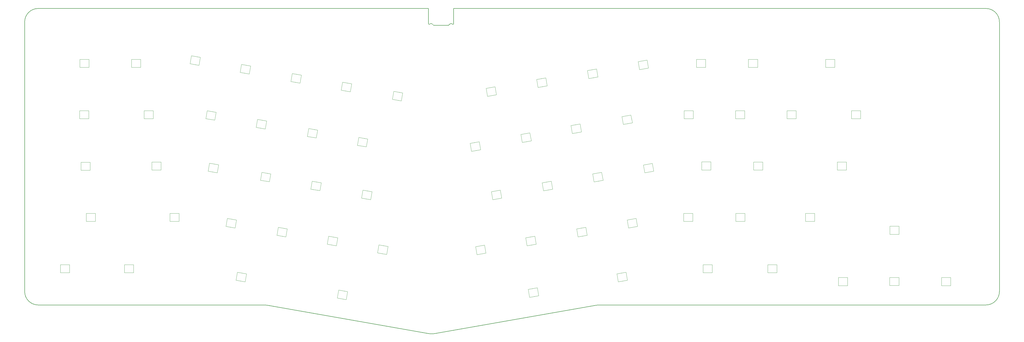
<source format=gm1>
G04 #@! TF.GenerationSoftware,KiCad,Pcbnew,(5.99.0-1131-g93b7eacfb)*
G04 #@! TF.CreationDate,2020-05-05T10:31:04+09:00*
G04 #@! TF.ProjectId,unnamed,756e6e61-6d65-4642-9e6b-696361645f70,rev?*
G04 #@! TF.SameCoordinates,Original*
G04 #@! TF.FileFunction,Profile,NP*
%FSLAX46Y46*%
G04 Gerber Fmt 4.6, Leading zero omitted, Abs format (unit mm)*
G04 Created by KiCad (PCBNEW (5.99.0-1131-g93b7eacfb)) date 2020-05-05 10:31:04*
%MOMM*%
%LPD*%
G01*
G04 APERTURE LIST*
G04 #@! TA.AperFunction,Profile*
%ADD10C,0.200000*%
G04 #@! TD*
G04 #@! TA.AperFunction,Profile*
%ADD11C,0.120000*%
G04 #@! TD*
G04 #@! TA.AperFunction,Profile*
%ADD12C,0.150000*%
G04 #@! TD*
G04 APERTURE END LIST*
D10*
X268704000Y-143341800D02*
X127106810Y-143350000D01*
X478099900Y-143350000D02*
X283944000Y-143341800D01*
X478099899Y-253374000D02*
X334892754Y-253374000D01*
X210788053Y-253374000D02*
G75*
G02*
X212004185Y-253480451I0J-7000000D01*
G01*
X210788053Y-253374000D02*
X127106810Y-253374001D01*
X478099900Y-143350000D02*
G75*
G02*
X483099900Y-148350000I0J-5000000D01*
G01*
X333676716Y-253480434D02*
G75*
G02*
X334892754Y-253374000I1216038J-6893566D01*
G01*
X122106810Y-148350000D02*
G75*
G02*
X127106810Y-143350000I5000000J0D01*
G01*
X127106810Y-253374000D02*
G75*
G02*
X122106810Y-248374000I0J5000000D01*
G01*
X274054071Y-263997985D02*
G75*
G02*
X271621900Y-263997968I-1216039J6893566D01*
G01*
X483099900Y-248374001D02*
G75*
G02*
X478099899Y-253374000I-5000000J1D01*
G01*
X333676716Y-253480435D02*
X274054070Y-263997984D01*
X122106810Y-248374000D02*
X122106810Y-148350000D01*
X271621900Y-263997968D02*
X212004185Y-253480451D01*
X483099900Y-148350000D02*
X483099900Y-248374000D01*
D11*
X461623940Y-243165500D02*
X465023940Y-243165500D01*
X461623940Y-246165500D02*
X461623940Y-243165500D01*
X465023940Y-246165500D02*
X461623940Y-246165500D01*
X465023940Y-243165500D02*
X465023940Y-246165500D01*
X442452020Y-243147720D02*
X445852020Y-243147720D01*
X442452020Y-246147720D02*
X442452020Y-243147720D01*
X445852020Y-246147720D02*
X442452020Y-246147720D01*
X445852020Y-243147720D02*
X445852020Y-246147720D01*
X426812180Y-246170580D02*
X423412180Y-246170580D01*
X426812180Y-243170580D02*
X426812180Y-246170580D01*
X423412180Y-243170580D02*
X426812180Y-243170580D01*
X423412180Y-246170580D02*
X423412180Y-243170580D01*
X397267960Y-238395380D02*
X400667960Y-238395380D01*
X397267960Y-241395380D02*
X397267960Y-238395380D01*
X400667960Y-241395380D02*
X397267960Y-241395380D01*
X400667960Y-238395380D02*
X400667960Y-241395380D01*
X376731000Y-241377600D02*
X373331000Y-241377600D01*
X376731000Y-238377600D02*
X376731000Y-241377600D01*
X373331000Y-238377600D02*
X376731000Y-238377600D01*
X373331000Y-241377600D02*
X373331000Y-238377600D01*
X341425095Y-241812170D02*
X344773441Y-241221766D01*
X341946039Y-244766594D02*
X341425095Y-241812170D01*
X345294385Y-244176190D02*
X341946039Y-244766594D01*
X344773441Y-241221766D02*
X345294385Y-244176190D01*
X308565115Y-247600830D02*
X311913461Y-247010426D01*
X309086059Y-250555254D02*
X308565115Y-247600830D01*
X312434405Y-249964850D02*
X309086059Y-250555254D01*
X311913461Y-247010426D02*
X312434405Y-249964850D01*
X241189701Y-251390914D02*
X237841355Y-250800510D01*
X241710645Y-248436490D02*
X241189701Y-251390914D01*
X238362299Y-247846086D02*
X241710645Y-248436490D01*
X237841355Y-250800510D02*
X238362299Y-247846086D01*
X200376355Y-244196510D02*
X200897299Y-241242086D01*
X200897299Y-241242086D02*
X204245645Y-241832490D01*
X204245645Y-241832490D02*
X203724701Y-244786914D01*
X203724701Y-244786914D02*
X200376355Y-244196510D01*
X159018500Y-238403000D02*
X162418500Y-238403000D01*
X159018500Y-241403000D02*
X159018500Y-238403000D01*
X162418500Y-241403000D02*
X159018500Y-241403000D01*
X162418500Y-238403000D02*
X162418500Y-241403000D01*
X138733000Y-241403000D02*
X135333000Y-241403000D01*
X138733000Y-238403000D02*
X138733000Y-241403000D01*
X135333000Y-238403000D02*
X138733000Y-238403000D01*
X135333000Y-241403000D02*
X135333000Y-238403000D01*
X442472340Y-224120580D02*
X445872340Y-224120580D01*
X442472340Y-227120580D02*
X442472340Y-224120580D01*
X445872340Y-227120580D02*
X442472340Y-227120580D01*
X445872340Y-224120580D02*
X445872340Y-227120580D01*
X414637960Y-222373320D02*
X411237960Y-222373320D01*
X414637960Y-219373320D02*
X414637960Y-222373320D01*
X411237960Y-219373320D02*
X414637960Y-219373320D01*
X411237960Y-222373320D02*
X411237960Y-219373320D01*
X385456960Y-219337760D02*
X388856960Y-219337760D01*
X385456960Y-222337760D02*
X385456960Y-219337760D01*
X388856960Y-222337760D02*
X385456960Y-222337760D01*
X388856960Y-219337760D02*
X388856960Y-222337760D01*
X369507240Y-222342840D02*
X366107240Y-222342840D01*
X369507240Y-219342840D02*
X369507240Y-222342840D01*
X366107240Y-219342840D02*
X369507240Y-219342840D01*
X366107240Y-222342840D02*
X366107240Y-219342840D01*
X345176675Y-221791890D02*
X348525021Y-221201486D01*
X345697619Y-224746314D02*
X345176675Y-221791890D01*
X349045965Y-224155910D02*
X345697619Y-224746314D01*
X348525021Y-221201486D02*
X349045965Y-224155910D01*
X330371885Y-227462990D02*
X327023539Y-228053394D01*
X329850941Y-224508566D02*
X330371885Y-227462990D01*
X326502595Y-225098970D02*
X329850941Y-224508566D01*
X327023539Y-228053394D02*
X326502595Y-225098970D01*
X307640555Y-228406050D02*
X310988901Y-227815646D01*
X308161499Y-231360474D02*
X307640555Y-228406050D01*
X311509845Y-230770070D02*
X308161499Y-231360474D01*
X310988901Y-227815646D02*
X311509845Y-230770070D01*
X292911965Y-234069530D02*
X289563619Y-234659934D01*
X292391021Y-231115106D02*
X292911965Y-234069530D01*
X289042675Y-231705510D02*
X292391021Y-231115106D01*
X289563619Y-234659934D02*
X289042675Y-231705510D01*
X253284799Y-231082086D02*
X256633145Y-231672490D01*
X252763855Y-234036510D02*
X253284799Y-231082086D01*
X256112201Y-234626914D02*
X252763855Y-234036510D01*
X256633145Y-231672490D02*
X256112201Y-234626914D01*
X237506701Y-231388414D02*
X234158355Y-230798010D01*
X238027645Y-228433990D02*
X237506701Y-231388414D01*
X234679299Y-227843586D02*
X238027645Y-228433990D01*
X234158355Y-230798010D02*
X234679299Y-227843586D01*
X216010299Y-224541586D02*
X219358645Y-225131990D01*
X215489355Y-227496010D02*
X216010299Y-224541586D01*
X218837701Y-228086414D02*
X215489355Y-227496010D01*
X219358645Y-225131990D02*
X218837701Y-228086414D01*
X199978201Y-224784414D02*
X196629855Y-224194010D01*
X200499145Y-221829990D02*
X199978201Y-224784414D01*
X197150799Y-221239586D02*
X200499145Y-221829990D01*
X196629855Y-224194010D02*
X197150799Y-221239586D01*
X175846000Y-219353000D02*
X179246000Y-219353000D01*
X175846000Y-222353000D02*
X175846000Y-219353000D01*
X179246000Y-222353000D02*
X175846000Y-222353000D01*
X179246000Y-219353000D02*
X179246000Y-222353000D01*
X148321500Y-222353000D02*
X144921500Y-222353000D01*
X148321500Y-219353000D02*
X148321500Y-222353000D01*
X144921500Y-219353000D02*
X148321500Y-219353000D01*
X144921500Y-222353000D02*
X144921500Y-219353000D01*
X422985460Y-200285220D02*
X426385460Y-200285220D01*
X422985460Y-203285220D02*
X422985460Y-200285220D01*
X426385460Y-203285220D02*
X422985460Y-203285220D01*
X426385460Y-200285220D02*
X426385460Y-203285220D01*
X392048260Y-200303000D02*
X395448260Y-200303000D01*
X392048260Y-203303000D02*
X392048260Y-200303000D01*
X395448260Y-203303000D02*
X392048260Y-203303000D01*
X395448260Y-200303000D02*
X395448260Y-203303000D01*
X376217920Y-203275060D02*
X372817920Y-203275060D01*
X376217920Y-200275060D02*
X376217920Y-203275060D01*
X372817920Y-200275060D02*
X376217920Y-200275060D01*
X372817920Y-203275060D02*
X372817920Y-200275060D01*
X351196475Y-201380450D02*
X354544821Y-200790046D01*
X351717419Y-204334874D02*
X351196475Y-201380450D01*
X355065765Y-203744470D02*
X351717419Y-204334874D01*
X354544821Y-200790046D02*
X355065765Y-203744470D01*
X336285005Y-207076950D02*
X332936659Y-207667354D01*
X335764061Y-204122526D02*
X336285005Y-207076950D01*
X332415715Y-204712930D02*
X335764061Y-204122526D01*
X332936659Y-207667354D02*
X332415715Y-204712930D01*
X313736555Y-207994610D02*
X317084901Y-207404206D01*
X314257499Y-210949034D02*
X313736555Y-207994610D01*
X317605845Y-210358630D02*
X314257499Y-210949034D01*
X317084901Y-207404206D02*
X317605845Y-210358630D01*
X298771745Y-213670790D02*
X295423399Y-214261194D01*
X298250801Y-210716366D02*
X298771745Y-213670790D01*
X294902455Y-211306770D02*
X298250801Y-210716366D01*
X295423399Y-214261194D02*
X294902455Y-211306770D01*
X247379299Y-210762086D02*
X250727645Y-211352490D01*
X246858355Y-213716510D02*
X247379299Y-210762086D01*
X250206701Y-214306914D02*
X246858355Y-213716510D01*
X250727645Y-211352490D02*
X250206701Y-214306914D01*
X231410701Y-210941414D02*
X228062355Y-210351010D01*
X231931645Y-207986990D02*
X231410701Y-210941414D01*
X228583299Y-207396586D02*
X231931645Y-207986990D01*
X228062355Y-210351010D02*
X228583299Y-207396586D01*
X209914299Y-204094586D02*
X213262645Y-204684990D01*
X209393355Y-207049010D02*
X209914299Y-204094586D01*
X212741701Y-207639414D02*
X209393355Y-207049010D01*
X213262645Y-204684990D02*
X212741701Y-207639414D01*
X193374201Y-204273914D02*
X190025855Y-203683510D01*
X193895145Y-201319490D02*
X193374201Y-204273914D01*
X190546799Y-200729086D02*
X193895145Y-201319490D01*
X190025855Y-203683510D02*
X190546799Y-200729086D01*
X169178500Y-200303000D02*
X172578500Y-200303000D01*
X169178500Y-203303000D02*
X169178500Y-200303000D01*
X172578500Y-203303000D02*
X169178500Y-203303000D01*
X172578500Y-200303000D02*
X172578500Y-203303000D01*
X146353000Y-203366500D02*
X142953000Y-203366500D01*
X146353000Y-200366500D02*
X146353000Y-203366500D01*
X142953000Y-200366500D02*
X146353000Y-200366500D01*
X142953000Y-203366500D02*
X142953000Y-200366500D01*
X428291520Y-181253000D02*
X431691520Y-181253000D01*
X428291520Y-184253000D02*
X428291520Y-181253000D01*
X431691520Y-184253000D02*
X428291520Y-184253000D01*
X431691520Y-181253000D02*
X431691520Y-184253000D01*
X407762180Y-184240300D02*
X404362180Y-184240300D01*
X407762180Y-181240300D02*
X407762180Y-184240300D01*
X404362180Y-181240300D02*
X407762180Y-181240300D01*
X404362180Y-184240300D02*
X404362180Y-181240300D01*
X385329960Y-181230140D02*
X388729960Y-181230140D01*
X385329960Y-184230140D02*
X385329960Y-181230140D01*
X388729960Y-184230140D02*
X385329960Y-184230140D01*
X388729960Y-181230140D02*
X388729960Y-184230140D01*
X369697740Y-184235220D02*
X366297740Y-184235220D01*
X369697740Y-181235220D02*
X369697740Y-184235220D01*
X366297740Y-181235220D02*
X369697740Y-181235220D01*
X366297740Y-184235220D02*
X366297740Y-181235220D01*
X343258975Y-183427730D02*
X346607321Y-182837326D01*
X343779919Y-186382154D02*
X343258975Y-183427730D01*
X347128265Y-185791750D02*
X343779919Y-186382154D01*
X346607321Y-182837326D02*
X347128265Y-185791750D01*
X328286545Y-189134390D02*
X324938199Y-189724794D01*
X327765601Y-186179966D02*
X328286545Y-189134390D01*
X324417255Y-186770370D02*
X327765601Y-186179966D01*
X324938199Y-189724794D02*
X324417255Y-186770370D01*
X305834615Y-190041890D02*
X309182961Y-189451486D01*
X306355559Y-192996314D02*
X305834615Y-190041890D01*
X309703905Y-192405910D02*
X306355559Y-192996314D01*
X309182961Y-189451486D02*
X309703905Y-192405910D01*
X290930765Y-195710450D02*
X287582419Y-196300854D01*
X290409821Y-192756026D02*
X290930765Y-195710450D01*
X287061475Y-193346430D02*
X290409821Y-192756026D01*
X287582419Y-196300854D02*
X287061475Y-193346430D01*
X245791799Y-191140586D02*
X249140145Y-191730990D01*
X245270855Y-194095010D02*
X245791799Y-191140586D01*
X248619201Y-194685414D02*
X245270855Y-194095010D01*
X249140145Y-191730990D02*
X248619201Y-194685414D01*
X230077201Y-191383414D02*
X226728855Y-190793010D01*
X230598145Y-188428990D02*
X230077201Y-191383414D01*
X227249799Y-187838586D02*
X230598145Y-188428990D01*
X226728855Y-190793010D02*
X227249799Y-187838586D01*
X208326799Y-184473086D02*
X211675145Y-185063490D01*
X207805855Y-187427510D02*
X208326799Y-184473086D01*
X211154201Y-188017914D02*
X207805855Y-187427510D01*
X211675145Y-185063490D02*
X211154201Y-188017914D01*
X192485201Y-184779414D02*
X189136855Y-184189010D01*
X193006145Y-181824990D02*
X192485201Y-184779414D01*
X189657799Y-181234586D02*
X193006145Y-181824990D01*
X189136855Y-184189010D02*
X189657799Y-181234586D01*
X166321000Y-181253000D02*
X169721000Y-181253000D01*
X166321000Y-184253000D02*
X166321000Y-181253000D01*
X169721000Y-184253000D02*
X166321000Y-184253000D01*
X169721000Y-181253000D02*
X169721000Y-184253000D01*
X145845000Y-184253000D02*
X142445000Y-184253000D01*
X145845000Y-181253000D02*
X145845000Y-184253000D01*
X142445000Y-181253000D02*
X145845000Y-181253000D01*
X142445000Y-184253000D02*
X142445000Y-181253000D01*
X418680160Y-162208080D02*
X422080160Y-162208080D01*
X418680160Y-165208080D02*
X418680160Y-162208080D01*
X422080160Y-165208080D02*
X418680160Y-165208080D01*
X422080160Y-162208080D02*
X422080160Y-165208080D01*
X393520400Y-165182680D02*
X390120400Y-165182680D01*
X393520400Y-162182680D02*
X393520400Y-165182680D01*
X390120400Y-162182680D02*
X393520400Y-162182680D01*
X390120400Y-165182680D02*
X390120400Y-162182680D01*
X370849420Y-162185220D02*
X374249420Y-162185220D01*
X370849420Y-165185220D02*
X370849420Y-162185220D01*
X374249420Y-165185220D02*
X370849420Y-165185220D01*
X374249420Y-162185220D02*
X374249420Y-165185220D01*
X353112505Y-165428570D02*
X349764159Y-166018974D01*
X352591561Y-162474146D02*
X353112505Y-165428570D01*
X349243215Y-163064550D02*
X352591561Y-162474146D01*
X349764159Y-166018974D02*
X349243215Y-163064550D01*
X330500555Y-166369090D02*
X333848901Y-165778686D01*
X331021499Y-169323514D02*
X330500555Y-166369090D01*
X334369845Y-168733110D02*
X331021499Y-169323514D01*
X333848901Y-165778686D02*
X334369845Y-168733110D01*
X315563685Y-172032570D02*
X312215339Y-172622974D01*
X315042741Y-169078146D02*
X315563685Y-172032570D01*
X311694395Y-169668550D02*
X315042741Y-169078146D01*
X312215339Y-172622974D02*
X311694395Y-169668550D01*
X292959355Y-172970550D02*
X296307701Y-172380146D01*
X293480299Y-175924974D02*
X292959355Y-172970550D01*
X296828645Y-175334570D02*
X293480299Y-175924974D01*
X296307701Y-172380146D02*
X296828645Y-175334570D01*
X261573201Y-177603914D02*
X258224855Y-177013510D01*
X262094145Y-174649490D02*
X261573201Y-177603914D01*
X258745799Y-174059086D02*
X262094145Y-174649490D01*
X258224855Y-177013510D02*
X258745799Y-174059086D01*
X239822799Y-170693586D02*
X243171145Y-171283990D01*
X239301855Y-173648010D02*
X239822799Y-170693586D01*
X242650201Y-174238414D02*
X239301855Y-173648010D01*
X243171145Y-171283990D02*
X242650201Y-174238414D01*
X224044701Y-170999914D02*
X220696355Y-170409510D01*
X224565645Y-168045490D02*
X224044701Y-170999914D01*
X221217299Y-167455086D02*
X224565645Y-168045490D01*
X220696355Y-170409510D02*
X221217299Y-167455086D01*
X202421299Y-164089586D02*
X205769645Y-164679990D01*
X201900355Y-167044010D02*
X202421299Y-164089586D01*
X205248701Y-167634414D02*
X201900355Y-167044010D01*
X205769645Y-164679990D02*
X205248701Y-167634414D01*
X186643201Y-164395914D02*
X183294855Y-163805510D01*
X187164145Y-161441490D02*
X186643201Y-164395914D01*
X183815799Y-160851086D02*
X187164145Y-161441490D01*
X183294855Y-163805510D02*
X183815799Y-160851086D01*
X161685500Y-162190300D02*
X165085500Y-162190300D01*
X161685500Y-165190300D02*
X161685500Y-162190300D01*
X165085500Y-165190300D02*
X161685500Y-165190300D01*
X165085500Y-162190300D02*
X165085500Y-165190300D01*
X145908500Y-165203000D02*
X142508500Y-165203000D01*
X145908500Y-162203000D02*
X145908500Y-165203000D01*
X142508500Y-162203000D02*
X145908500Y-162203000D01*
X142508500Y-165203000D02*
X142508500Y-162203000D01*
D12*
X272213808Y-149091800D02*
G75*
G02*
X271654000Y-148941800I-259808J150000D01*
G01*
X272213808Y-149091800D02*
G75*
G02*
X272473616Y-148941800I259808J-150000D01*
G01*
X273292801Y-149356800D02*
G75*
G03*
X273786435Y-149641800I493634J285000D01*
G01*
X279355199Y-149356800D02*
G75*
G02*
X278861565Y-149641800I-493634J285000D01*
G01*
X280434192Y-149091800D02*
G75*
G03*
X280174384Y-148941800I-259808J-150000D01*
G01*
X280434192Y-149091800D02*
G75*
G03*
X280994000Y-148941800I259808J150000D01*
G01*
X273292801Y-149356800D02*
G75*
G03*
X272574000Y-148941800I-718801J-415000D01*
G01*
X279355199Y-149356800D02*
G75*
G02*
X280074000Y-148941800I718801J-415000D01*
G01*
X280174384Y-148941800D02*
X280074000Y-148941800D01*
X273786434Y-149641800D02*
X278861566Y-149641800D01*
X268704000Y-143341800D02*
X271654000Y-143341800D01*
X271654000Y-143341800D02*
X271654000Y-148941800D01*
X272473616Y-148941800D02*
X272574000Y-148941800D01*
X280994000Y-148941800D02*
X280994000Y-143341800D01*
X280994000Y-143341800D02*
X283944000Y-143341800D01*
M02*

</source>
